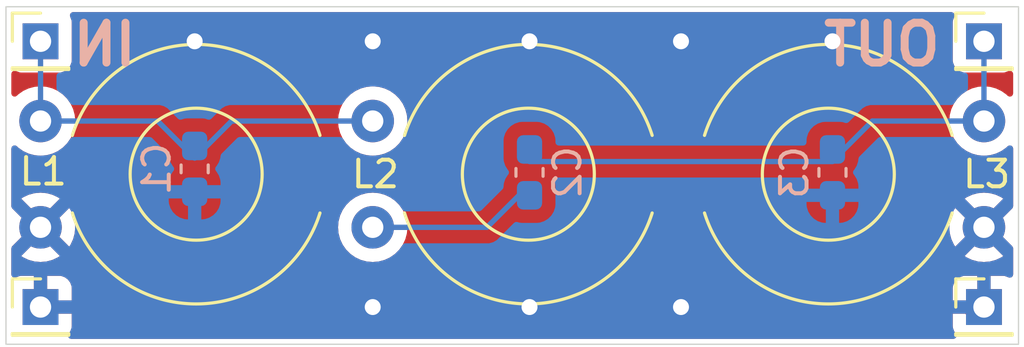
<source format=kicad_pcb>
(kicad_pcb (version 20240108) (generator "pcbnew") (generator_version "8.0")
  (layers (0 "F.Cu" signal) (31 "B.Cu" signal) (34 "B.Paste" user) (35 "F.Paste" user) (36 "B.SilkS" user "B.Silkscreen") (37 "F.SilkS" user "F.Silkscreen") (38 "B.Mask" user) (39 "F.Mask" user) (44 "Edge.Cuts" user))
  (net 0 "")
  (net 1 "GND")
  (net 2 "Net-(J1-Pin_1)")
  (net 3 "Net-(C2-Pad1)")
  (net 4 "Net-(J4-Pin_1)")
  (footprint "Connector_PinHeader_2.00mm:PinHeader_1x01_P2.00mm_Vertical" (layer "F.Cu") (at 113 87.5)
    (property "Reference" "J3" (hide yes))
    (property "Value" "GND" (hide yes))
    (fp_line (start -1.06 -1.06) (end 0 -1.06) (stroke (width 0.12)) (layer "F.SilkS"))
    (fp_line (start -1.06 0) (end -1.06 -1.06) (stroke (width 0.12)) (layer "F.SilkS"))
    (fp_line (start -1.06 1) (end -1.06 1.06) (stroke (width 0.12)) (layer "F.SilkS"))
    (fp_line (start -1.06 1) (end 1.06 1) (stroke (width 0.12)) (layer "F.SilkS"))
    (fp_line (start -1.06 1.06) (end 1.06 1.06) (stroke (width 0.12)) (layer "F.SilkS"))
    (fp_line (start 1.06 1) (end 1.06 1.06) (stroke (width 0.12)) (layer "F.SilkS"))
    (pad "1" thru_hole rect (at 0 0) (size 1.35 1.35) (drill 0.8) (layers "*.Cu" "*.Mask") (net 1 "GND"))
  )
  (footprint "Connector_PinHeader_2.00mm:PinHeader_1x01_P2.00mm_Vertical" (layer "F.Cu") (at 77.5 77.5)
    (property "Reference" "J1" (hide yes))
    (property "Value" "IN" (hide yes))
    (fp_line (start -1.06 -1.06) (end 0 -1.06) (stroke (width 0.12)) (layer "F.SilkS"))
    (fp_line (start -1.06 0) (end -1.06 -1.06) (stroke (width 0.12)) (layer "F.SilkS"))
    (fp_line (start -1.06 1) (end -1.06 1.06) (stroke (width 0.12)) (layer "F.SilkS"))
    (fp_line (start -1.06 1) (end 1.06 1) (stroke (width 0.12)) (layer "F.SilkS"))
    (fp_line (start -1.06 1.06) (end 1.06 1.06) (stroke (width 0.12)) (layer "F.SilkS"))
    (fp_line (start 1.06 1) (end 1.06 1.06) (stroke (width 0.12)) (layer "F.SilkS"))
    (pad "1" thru_hole rect (at 0 0) (size 1.35 1.35) (drill 0.8) (layers "*.Cu" "*.Mask") (net 2 "Net-(J1-Pin_1)"))
  )
  (footprint "Connector_PinHeader_2.00mm:PinHeader_1x01_P2.00mm_Vertical" (layer "F.Cu") (at 113 77.5)
    (property "Reference" "J4" (hide yes))
    (property "Value" "OUT" (hide yes))
    (fp_line (start -1.06 -1.06) (end 0 -1.06) (stroke (width 0.12)) (layer "F.SilkS"))
    (fp_line (start -1.06 0) (end -1.06 -1.06) (stroke (width 0.12)) (layer "F.SilkS"))
    (fp_line (start -1.06 1) (end -1.06 1.06) (stroke (width 0.12)) (layer "F.SilkS"))
    (fp_line (start -1.06 1) (end 1.06 1) (stroke (width 0.12)) (layer "F.SilkS"))
    (fp_line (start -1.06 1.06) (end 1.06 1.06) (stroke (width 0.12)) (layer "F.SilkS"))
    (fp_line (start 1.06 1) (end 1.06 1.06) (stroke (width 0.12)) (layer "F.SilkS"))
    (pad "1" thru_hole rect (at 0 0) (size 1.35 1.35) (drill 0.8) (layers "*.Cu" "*.Mask") (net 4 "Net-(J4-Pin_1)"))
  )
  (footprint "Inductor_THT:Inductor_THT_Horizontal_T37" (layer "F.Cu") (at 77.5 82.5)
    (property "Reference" "L1" (at 0.1 -0.1 0) (layer "F.SilkS"))
    (property "Value" "240nH")
    (fp_arc (start 1.197062 -1.46) (mid 5.856161 -4.8825) (end 10.51526 -1.46) (stroke (width 0.12)) (layer "F.SilkS"))
    (fp_arc (start 10.51526 1.46) (mid 5.856161 4.8825) (end 1.197062 1.46) (stroke (width 0.12)) (layer "F.SilkS"))
    (fp_circle (center 5.856161 0) (end 8.339661 0) (stroke (width 0.12)) (fill none) (layer "F.SilkS"))
    (pad "1" thru_hole circle (at 0 -2) (size 1.6 1.6) (drill 0.8) (layers "*.Cu" "*.Mask") (net 2 "Net-(J1-Pin_1)"))
    (pad "2" thru_hole circle (at 0 2) (size 1.6 1.6) (drill 0.8) (layers "*.Cu" "*.Mask") (net 1 "GND"))
  )
  (footprint "Connector_PinHeader_2.00mm:PinHeader_1x01_P2.00mm_Vertical" (layer "F.Cu") (at 77.5 87.5)
    (property "Reference" "J2" (hide yes))
    (property "Value" "GND" (hide yes))
    (fp_line (start -1.06 -1.06) (end 0 -1.06) (stroke (width 0.12)) (layer "F.SilkS"))
    (fp_line (start -1.06 0) (end -1.06 -1.06) (stroke (width 0.12)) (layer "F.SilkS"))
    (fp_line (start -1.06 1) (end -1.06 1.06) (stroke (width 0.12)) (layer "F.SilkS"))
    (fp_line (start -1.06 1) (end 1.06 1) (stroke (width 0.12)) (layer "F.SilkS"))
    (fp_line (start -1.06 1.06) (end 1.06 1.06) (stroke (width 0.12)) (layer "F.SilkS"))
    (fp_line (start 1.06 1) (end 1.06 1.06) (stroke (width 0.12)) (layer "F.SilkS"))
    (pad "1" thru_hole rect (at 0 0) (size 1.35 1.35) (drill 0.8) (layers "*.Cu" "*.Mask") (net 1 "GND"))
  )
  (footprint "Inductor_THT:Inductor_THT_Horizontal_T37" (layer "F.Cu") (at 90 82.5)
    (property "Reference" "L2" (at 0.1 0 0) (layer "F.SilkS"))
    (property "Value" "6.8uH")
    (fp_arc (start 1.197062 -1.46) (mid 5.856161 -4.8825) (end 10.51526 -1.46) (stroke (width 0.12)) (layer "F.SilkS"))
    (fp_arc (start 10.51526 1.46) (mid 5.856161 4.8825) (end 1.197062 1.46) (stroke (width 0.12)) (layer "F.SilkS"))
    (fp_circle (center 5.856161 0) (end 8.339661 0) (stroke (width 0.12)) (fill none) (layer "F.SilkS"))
    (pad "1" thru_hole circle (at 0 -2) (size 1.6 1.6) (drill 0.8) (layers "*.Cu" "*.Mask") (net 2 "Net-(J1-Pin_1)"))
    (pad "2" thru_hole circle (at 0 2) (size 1.6 1.6) (drill 0.8) (layers "*.Cu" "*.Mask") (net 3 "Net-(C2-Pad1)"))
  )
  (footprint "Inductor_THT:Inductor_THT_Horizontal_T37" (layer "F.Cu") (at 113 82.5 180)
    (property "Reference" "L3" (at -0.1 0 0) (layer "F.SilkS"))
    (property "Value" "240nH")
    (fp_arc (start 10.51526 1.46) (mid 5.856161 4.8825) (end 1.197062 1.46) (stroke (width 0.12)) (layer "F.SilkS"))
    (fp_arc (start 1.197062 -1.46) (mid 5.856161 -4.8825) (end 10.51526 -1.46) (stroke (width 0.12)) (layer "F.SilkS"))
    (fp_circle (center 5.856161 0) (end 8.339661 0) (stroke (width 0.12)) (fill none) (layer "F.SilkS"))
    (pad "1" thru_hole circle (at 0 -2 180) (size 1.6 1.6) (drill 0.8) (layers "*.Cu" "*.Mask") (net 1 "GND"))
    (pad "2" thru_hole circle (at 0 2 180) (size 1.6 1.6) (drill 0.8) (layers "*.Cu" "*.Mask") (net 4 "Net-(J4-Pin_1)"))
  )
  (footprint "Capacitor_SMD:C_0603_1608Metric_Pad1.08x0.95mm_HandSolder" (layer "B.Cu") (at 95.9 82.4325 90)
    (property "Reference" "C2" (at 0 1.43 -90) (layer "B.SilkS") (effects (justify mirror)))
    (property "Value" "91pF")
    (fp_line (start 0.146267 -0.51) (end -0.146267 -0.51) (stroke (width 0.12)) (layer "B.SilkS"))
    (fp_line (start 0.146267 0.51) (end -0.146267 0.51) (stroke (width 0.12)) (layer "B.SilkS"))
    (pad "1" smd roundrect (at -0.8625 0 90) (size 1.075 0.95) (layers "B.Cu" "B.Paste" "B.Mask") (net 3 "Net-(C2-Pad1)"))
    (pad "2" smd roundrect (at 0.8625 0 90) (size 1.075 0.95) (layers "B.Cu" "B.Paste" "B.Mask") (net 4 "Net-(J4-Pin_1)"))
  )
  (footprint "Capacitor_SMD:C_0603_1608Metric_Pad1.08x0.95mm_HandSolder" (layer "B.Cu") (at 83.3 82.3 -90)
    (property "Reference" "C1" (at 0 1.43 90) (layer "B.SilkS") (effects (justify mirror)))
    (property "Value" "2.4nF")
    (fp_line (start 0.146267 0.51) (end -0.146267 0.51) (stroke (width 0.12)) (layer "B.SilkS"))
    (fp_line (start 0.146267 -0.51) (end -0.146267 -0.51) (stroke (width 0.12)) (layer "B.SilkS"))
    (pad "1" smd roundrect (at -0.8625 0 270) (size 1.075 0.95) (layers "B.Cu" "B.Paste" "B.Mask") (net 2 "Net-(J1-Pin_1)"))
    (pad "2" smd roundrect (at 0.8625 0 270) (size 1.075 0.95) (layers "B.Cu" "B.Paste" "B.Mask") (net 1 "GND"))
  )
  (footprint "Capacitor_SMD:C_0603_1608Metric_Pad1.08x0.95mm_HandSolder" (layer "B.Cu") (at 107.3 82.4325 -90)
    (property "Reference" "C3" (at 0 1.43 90) (layer "B.SilkS") (effects (justify mirror)))
    (property "Value" "2.4nF")
    (fp_line (start 0.146267 0.51) (end -0.146267 0.51) (stroke (width 0.12)) (layer "B.SilkS"))
    (fp_line (start 0.146267 -0.51) (end -0.146267 -0.51) (stroke (width 0.12)) (layer "B.SilkS"))
    (pad "1" smd roundrect (at -0.8625 0 270) (size 1.075 0.95) (layers "B.Cu" "B.Paste" "B.Mask") (net 4 "Net-(J4-Pin_1)"))
    (pad "2" smd roundrect (at 0.8625 0 270) (size 1.075 0.95) (layers "B.Cu" "B.Paste" "B.Mask") (net 1 "GND"))
  )
  (gr_rect (start 76.2 76.2) (end 114.3 88.9) (stroke (width 0.05)) (fill none) (layer "Edge.Cuts"))
  (gr_text "IN" (at 81.25 78.5 0) (layer "B.SilkS") (effects (font (size 1.5 1.5) (thickness 0.3) (bold yes)) (justify left bottom mirror)))
  (gr_text "OUT" (at 111.5 78.5 0) (layer "B.SilkS") (effects (font (size 1.5 1.5) (thickness 0.3) (bold yes)) (justify left bottom mirror)))
  (segment (start 112.97 87.63) (end 112.522 87.63) (width 0.5) (layer "F.Cu") (net 1))
  (segment (start 113 87.6) (end 112.97 87.63) (width 0.5) (layer "F.Cu") (net 1))
  (via (at 90 77.5) (size 1) (drill 0.6) (layers "F.Cu" "B.Cu") (net 1))
  (via (at 90 87.5) (size 1) (drill 0.6) (layers "F.Cu" "B.Cu") (net 1))
  (via (at 95.9 77.5) (size 1) (drill 0.6) (layers "F.Cu" "B.Cu") (net 1))
  (via (at 101.6 77.5) (size 1) (drill 0.6) (layers "F.Cu" "B.Cu") (net 1))
  (via (at 83.3 77.5) (size 1) (drill 0.6) (layers "F.Cu" "B.Cu") (net 1))
  (via (at 101.6 87.5) (size 1) (drill 0.6) (layers "F.Cu" "B.Cu") (net 1))
  (via (at 107.3 77.5) (size 1) (drill 0.6) (layers "F.Cu" "B.Cu") (net 1))
  (via (at 95.9 87.5) (size 1) (drill 0.6) (layers "F.Cu" "B.Cu") (net 1))
  (segment (start 77.5 77.5) (end 77.5 80.5) (width 0.2) (layer "B.Cu") (net 2))
  (segment (start 81.9075 80.5) (end 83.3 81.8925) (width 0.2) (layer "B.Cu") (net 2))
  (segment (start 84.6925 80.5) (end 83.3 81.8925) (width 0.2) (layer "B.Cu") (net 2))
  (segment (start 90 80.5) (end 84.6925 80.5) (width 0.2) (layer "B.Cu") (net 2))
  (segment (start 77.5 80.5) (end 81.9075 80.5) (width 0.2) (layer "B.Cu") (net 2))
  (segment (start 90 84.5) (end 94.3 84.5) (width 0.2) (layer "B.Cu") (net 3))
  (segment (start 94.3 84.5) (end 95.9 82.9) (width 0.2) (layer "B.Cu") (net 3))
  (segment (start 108.8 80.5) (end 113 80.5) (width 0.2) (layer "B.Cu") (net 4))
  (segment (start 113 77.5) (end 113 80.5) (width 0.2) (layer "B.Cu") (net 4))
  (segment (start 95.9 82.025) (end 107.3 82.025) (width 0.2) (layer "B.Cu") (net 4))
  (segment (start 108.8 80.5) (end 107.3 82) (width 0.2) (layer "B.Cu") (net 4))
  (zone (net 1) (net_name "GND") (layer "F.Cu") (connect_pads (clearance 0.5)) (min_thickness 0.25) (fill yes (thermal_gap 0.5) (thermal_bridge_width 0.5))
    (polygon (pts (xy 76.2 76.2) (xy 114.3 76.2) (xy 114.3 88.9) (xy 76.2 88.9)))
  )
  (zone (net 1) (net_name "GND") (layer "B.Cu") (priority 1) (connect_pads (clearance 0.5)) (min_thickness 0.25) (fill yes (thermal_gap 0.5) (thermal_bridge_width 0.5))
    (polygon (pts (xy 76.2 76.2) (xy 114.3 76.2) (xy 114.3 88.9) (xy 76.2 88.9) (xy 76.2 75.946)))
  )
)
</source>
